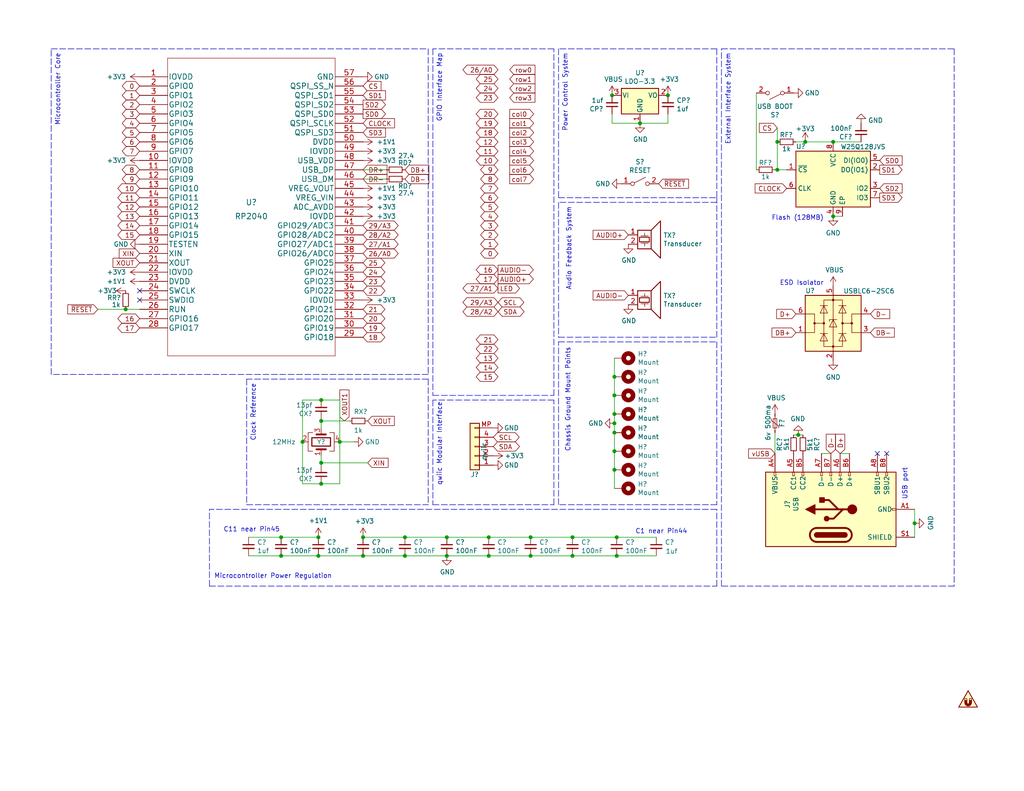
<source format=kicad_sch>
(kicad_sch (version 20211123) (generator eeschema)
  (paper "USLetter")
  (title_block (title "Hard Light") (date "2021-07-23") (rev "Mark 2 F") (company "Everywhere Defense Industries") (comment 1 "STM32F072 instead of ATMega32u4") (comment 2 "Enhanced RGB Underlight") (comment 3 "Audio Interface") (comment 4 "I2C and SPI communications networks"))
  (lib_symbols
    (symbol "+3V3_1" (power) (pin_names (offset 0))
      (property "Value" "+3V3_1" (at 0 3.556 0))
      (symbol "+3V3_1_1_1"
        (pin power_in line (at 0 0 90) (length 0) hide (name "+3V3") (number "1"))
      )
    )
    (symbol "Connector_Generic:Conn_01x05" (pin_names (offset 1.016) hide)
      (property "Reference" "J1" (at 0 7.62 0))
      (property "Value" "qwiic" (at -2.54 1.27 90))
      (symbol "Conn_01x05_1_1"
        (pin passive line (at -5.08 5.08 0) (length 3.81) (name "Pin_1") (number "1"))
        (pin passive line (at -5.08 2.54 0) (length 3.81) (name "Pin_2") (number "2"))
        (pin passive line (at -5.08 0 0) (length 3.81) (name "Pin_3") (number "3"))
        (pin passive line (at -5.08 -2.54 0) (length 3.81) (name "Pin_4") (number "4"))
        (pin passive line (at -5.08 -5.08 0) (length 3.81) (name "MP") (number "MP"))
      )
    )
    (symbol "Device:C_Small" (pin_numbers hide) (pin_names (offset 0.254) hide)
      (property "Reference" "C" (at 0.254 1.778 0))
      (property "Value" "Device_C_Small" (at 0.254 -2.032 0))
      (symbol "C_Small_1_1"
        (pin passive line (at 0 2.54 270) (length 2.032) (name "~") (number "1"))
        (pin passive line (at 0 -2.54 90) (length 2.032) (name "~") (number "2"))
      )
    )
    (symbol "Device:Crystal_GND24" (pin_names (offset 1.016) hide)
      (property "Reference" "Y" (at 3.175 5.08 0))
      (property "Value" "Crystal_GND24" (at 3.175 3.175 0))
      (symbol "Crystal_GND24_1_1"
        (pin passive line (at -3.81 0 0) (length 1.27) (name "1") (number "1"))
        (pin passive line (at 0 5.08 270) (length 1.27) (name "2") (number "2"))
        (pin passive line (at 3.81 0 180) (length 1.27) (name "3") (number "3"))
        (pin passive line (at 0 -5.08 90) (length 1.27) (name "4") (number "4"))
      )
    )
    (symbol "Device:Polyfuse_Small" (pin_numbers hide) (pin_names (offset 0))
      (property "Reference" "F" (at -1.905 0 90))
      (property "Value" "Device_Polyfuse_Small" (at 1.905 0 90))
      (symbol "Polyfuse_Small_1_1"
        (pin passive line (at 0 2.54 270) (length 0.635) (name "~") (number "1"))
        (pin passive line (at 0 -2.54 90) (length 0.635) (name "~") (number "2"))
      )
    )
    (symbol "Device:R_Small" (pin_numbers hide) (pin_names (offset 0.254) hide)
      (property "Reference" "R" (at 0.762 0.508 0))
      (property "Value" "Device_R_Small" (at 0.762 -1.016 0))
      (symbol "R_Small_1_1"
        (pin passive line (at 0 2.54 270) (length 0.762) (name "~") (number "1"))
        (pin passive line (at 0 -2.54 90) (length 0.762) (name "~") (number "2"))
      )
    )
    (symbol "Device:Speaker_Crystal" (pin_names (offset 0) hide)
      (property "Reference" "LS" (at 0.635 5.715 0))
      (property "Value" "Device_Speaker_Crystal" (at 0.635 3.81 0))
      (symbol "Speaker_Crystal_1_1"
        (pin input line (at -5.08 0 0) (length 2.54) (name "1") (number "1"))
        (pin input line (at -5.08 -2.54 0) (length 2.54) (name "2") (number "2"))
      )
    )
    (symbol "GND_1" (power) (pin_names (offset 0))
      (property "Value" "GND_1" (at 0 -3.81 0))
      (symbol "GND_1_1_1"
        (pin power_in line (at 0 0 270) (length 0) hide (name "GND") (number "1"))
      )
    )
    (symbol "Graphic:SYM_Magnet_Small" (pin_names (offset 1.016) hide))
    (symbol "HL-Mk2-rescue:USB_C_Receptacle_USB2.0-Connector" (pin_names (offset 1.016))
      (property "Reference" "J" (at -10.16 19.05 0))
      (property "Value" "USB_C_Receptacle_USB2.0-Connector" (at 19.05 19.05 0))
      (symbol "USB_C_Receptacle_USB2.0-Connector_1_1"
        (pin power_in line (at 0 -22.86 90) (length 5.08) (name "GND") (number "A1"))
        (pin passive line (at 0 -22.86 90) (length 5.08) hide (name "GND") (number "A12"))
        (pin power_in line (at 15.24 15.24 180) (length 5.08) (name "VBUS") (number "A4"))
        (pin bidirectional line (at 15.24 10.16 180) (length 5.08) (name "CC1") (number "A5"))
        (pin bidirectional line (at 15.24 -2.54 180) (length 5.08) (name "D+") (number "A6"))
        (pin bidirectional line (at 15.24 2.54 180) (length 5.08) (name "D-") (number "A7"))
        (pin bidirectional line (at 15.24 -12.7 180) (length 5.08) (name "SBU1") (number "A8"))
        (pin passive line (at 15.24 15.24 180) (length 5.08) hide (name "VBUS") (number "A9"))
        (pin passive line (at 0 -22.86 90) (length 5.08) hide (name "GND") (number "B1"))
        (pin passive line (at 0 -22.86 90) (length 5.08) hide (name "GND") (number "B12"))
        (pin passive line (at 15.24 15.24 180) (length 5.08) hide (name "VBUS") (number "B4"))
        (pin bidirectional line (at 15.24 7.62 180) (length 5.08) (name "CC2") (number "B5"))
        (pin bidirectional line (at 15.24 -5.08 180) (length 5.08) (name "D+") (number "B6"))
        (pin bidirectional line (at 15.24 0 180) (length 5.08) (name "D-") (number "B7"))
        (pin bidirectional line (at 15.24 -15.24 180) (length 5.08) (name "SBU2") (number "B8"))
        (pin passive line (at 15.24 15.24 180) (length 5.08) hide (name "VBUS") (number "B9"))
        (pin passive line (at -7.62 -22.86 90) (length 5.08) (name "SHIELD") (number "S1"))
      )
    )
    (symbol "Mechanical:MountingHole_Pad" (pin_numbers hide) (pin_names (offset 1.016) hide)
      (property "Reference" "H" (at 0 6.35 0))
      (property "Value" "MountingHole_Pad" (at 0 4.445 0))
      (symbol "MountingHole_Pad_1_1"
        (pin input line (at 0 -2.54 90) (length 2.54) (name "1") (number "1"))
      )
    )
    (symbol "Memory_Flash:W25Q32JVZP"
      (property "Reference" "U" (at -8.89 8.89 0))
      (property "Value" "W25Q32JVZP" (at 7.62 8.89 0))
      (symbol "W25Q32JVZP_1_1"
        (pin input line (at -12.7 2.54 0) (length 2.54) (name "~{CS}") (number "1"))
        (pin bidirectional line (at 12.7 2.54 180) (length 2.54) (name "DO(IO1)") (number "2"))
        (pin bidirectional line (at 12.7 -2.54 180) (length 2.54) (name "IO2") (number "3"))
        (pin power_in line (at 0 -10.16 90) (length 2.54) (name "GND") (number "4"))
        (pin bidirectional line (at 12.7 5.08 180) (length 2.54) (name "DI(IO0)") (number "5"))
        (pin input line (at -12.7 -2.54 0) (length 2.54) (name "CLK") (number "6"))
        (pin bidirectional line (at 12.7 -5.08 180) (length 2.54) (name "IO3") (number "7"))
        (pin power_in line (at 0 10.16 270) (length 2.54) (name "VCC") (number "8"))
        (pin passive line (at 2.54 -10.16 90) (length 2.54) (name "EP") (number "9"))
      )
    )
    (symbol "Power_Protection:USBLC6-2SC6" (pin_names hide)
      (property "Reference" "U" (at 2.54 8.89 0))
      (property "Value" "USBLC6-2SC6" (at 2.54 -8.89 0))
      (symbol "USBLC6-2SC6_1_1"
        (pin passive line (at -10.16 -2.54 0) (length 2.54) (name "I/O1") (number "1"))
        (pin passive line (at 0 -10.16 90) (length 2.54) (name "GND") (number "2"))
        (pin passive line (at 10.16 -2.54 180) (length 2.54) (name "I/O2") (number "3"))
        (pin passive line (at 10.16 2.54 180) (length 2.54) (name "I/O2") (number "4"))
        (pin passive line (at 0 10.16 270) (length 2.54) (name "VBUS") (number "5"))
        (pin passive line (at -10.16 2.54 0) (length 2.54) (name "I/O1") (number "6"))
      )
    )
    (symbol "RP2040:RP2040" (pin_names (offset 0.254))
      (property "Reference" "U" (at 30.48 10.16 0))
      (property "Value" "RP2040" (at 30.48 7.62 0))
      (symbol "RP2040_1_1"
        (pin power_in line (at 0 0 0) (length 7.62) (name "IOVDD") (number "1"))
        (pin power_in line (at 0 -22.86 0) (length 7.62) (name "IOVDD") (number "10"))
        (pin bidirectional line (at 0 -25.4 0) (length 7.62) (name "GPIO8") (number "11"))
        (pin bidirectional line (at 0 -27.94 0) (length 7.62) (name "GPIO9") (number "12"))
        (pin bidirectional line (at 0 -30.48 0) (length 7.62) (name "GPIO10") (number "13"))
        (pin bidirectional line (at 0 -33.02 0) (length 7.62) (name "GPIO11") (number "14"))
        (pin bidirectional line (at 0 -35.56 0) (length 7.62) (name "GPIO12") (number "15"))
        (pin bidirectional line (at 0 -38.1 0) (length 7.62) (name "GPIO13") (number "16"))
        (pin bidirectional line (at 0 -40.64 0) (length 7.62) (name "GPIO14") (number "17"))
        (pin bidirectional line (at 0 -43.18 0) (length 7.62) (name "GPIO15") (number "18"))
        (pin unspecified line (at 0 -45.72 0) (length 7.62) (name "TESTEN") (number "19"))
        (pin bidirectional line (at 0 -2.54 0) (length 7.62) (name "GPIO0") (number "2"))
        (pin unspecified line (at 0 -48.26 0) (length 7.62) (name "XIN") (number "20"))
        (pin output line (at 0 -50.8 0) (length 7.62) (name "XOUT") (number "21"))
        (pin power_in line (at 0 -53.34 0) (length 7.62) (name "IOVDD") (number "22"))
        (pin power_in line (at 0 -55.88 0) (length 7.62) (name "DVDD") (number "23"))
        (pin unspecified line (at 0 -58.42 0) (length 7.62) (name "SWCLK") (number "24"))
        (pin unspecified line (at 0 -60.96 0) (length 7.62) (name "SWDIO") (number "25"))
        (pin unspecified line (at 0 -63.5 0) (length 7.62) (name "RUN") (number "26"))
        (pin bidirectional line (at 0 -66.04 0) (length 7.62) (name "GPIO16") (number "27"))
        (pin bidirectional line (at 0 -68.58 0) (length 7.62) (name "GPIO17") (number "28"))
        (pin bidirectional line (at 60.96 -71.12 180) (length 7.62) (name "GPIO18") (number "29"))
        (pin bidirectional line (at 0 -5.08 0) (length 7.62) (name "GPIO1") (number "3"))
        (pin bidirectional line (at 60.96 -68.58 180) (length 7.62) (name "GPIO19") (number "30"))
        (pin bidirectional line (at 60.96 -66.04 180) (length 7.62) (name "GPIO20") (number "31"))
        (pin bidirectional line (at 60.96 -63.5 180) (length 7.62) (name "GPIO21") (number "32"))
        (pin power_in line (at 60.96 -60.96 180) (length 7.62) (name "IOVDD") (number "33"))
        (pin bidirectional line (at 60.96 -58.42 180) (length 7.62) (name "GPIO22") (number "34"))
        (pin bidirectional line (at 60.96 -55.88 180) (length 7.62) (name "GPIO23") (number "35"))
        (pin bidirectional line (at 60.96 -53.34 180) (length 7.62) (name "GPIO24") (number "36"))
        (pin bidirectional line (at 60.96 -50.8 180) (length 7.62) (name "GPIO25") (number "37"))
        (pin bidirectional line (at 60.96 -48.26 180) (length 7.62) (name "GPIO26/ADC0") (number "38"))
        (pin bidirectional line (at 60.96 -45.72 180) (length 7.62) (name "GPIO27/ADC1") (number "39"))
        (pin bidirectional line (at 0 -7.62 0) (length 7.62) (name "GPIO2") (number "4"))
        (pin bidirectional line (at 60.96 -43.18 180) (length 7.62) (name "GPIO28/ADC2") (number "40"))
        (pin bidirectional line (at 60.96 -40.64 180) (length 7.62) (name "GPIO29/ADC3") (number "41"))
        (pin power_in line (at 60.96 -38.1 180) (length 7.62) (name "IOVDD") (number "42"))
        (pin power_in line (at 60.96 -35.56 180) (length 7.62) (name "ADC_AVDD") (number "43"))
        (pin unspecified line (at 60.96 -33.02 180) (length 7.62) (name "VREG_VIN") (number "44"))
        (pin output line (at 60.96 -30.48 180) (length 7.62) (name "VREG_VOUT") (number "45"))
        (pin unspecified line (at 60.96 -27.94 180) (length 7.62) (name "USB_DM") (number "46"))
        (pin unspecified line (at 60.96 -25.4 180) (length 7.62) (name "USB_DP") (number "47"))
        (pin power_in line (at 60.96 -22.86 180) (length 7.62) (name "USB_VDD") (number "48"))
        (pin power_in line (at 60.96 -20.32 180) (length 7.62) (name "IOVDD") (number "49"))
        (pin bidirectional line (at 0 -10.16 0) (length 7.62) (name "GPIO3") (number "5"))
        (pin power_in line (at 60.96 -17.78 180) (length 7.62) (name "DVDD") (number "50"))
        (pin bidirectional line (at 60.96 -15.24 180) (length 7.62) (name "QSPI_SD3") (number "51"))
        (pin unspecified line (at 60.96 -12.7 180) (length 7.62) (name "QSPI_SCLK") (number "52"))
        (pin bidirectional line (at 60.96 -10.16 180) (length 7.62) (name "QSPI_SD0") (number "53"))
        (pin bidirectional line (at 60.96 -7.62 180) (length 7.62) (name "QSPI_SD2") (number "54"))
        (pin bidirectional line (at 60.96 -5.08 180) (length 7.62) (name "QSPI_SD1") (number "55"))
        (pin unspecified line (at 60.96 -2.54 180) (length 7.62) (name "QSPI_SS_N") (number "56"))
        (pin power_in line (at 60.96 0 180) (length 7.62) (name "GND") (number "57"))
        (pin bidirectional line (at 0 -12.7 0) (length 7.62) (name "GPIO4") (number "6"))
        (pin bidirectional line (at 0 -15.24 0) (length 7.62) (name "GPIO5") (number "7"))
        (pin bidirectional line (at 0 -17.78 0) (length 7.62) (name "GPIO6") (number "8"))
        (pin bidirectional line (at 0 -20.32 0) (length 7.62) (name "GPIO7") (number "9"))
      )
    )
    (symbol "Regulator_Linear:LD1117S33TR_SOT223" (pin_names (offset 0.254))
      (property "Reference" "U" (at -3.81 3.175 0))
      (property "Value" "Regulator_Linear_LD1117S33TR_SOT223" (at 0 3.175 0))
      (symbol "LD1117S33TR_SOT223_1_1"
        (pin power_in line (at 0 -7.62 90) (length 2.54) (name "GND") (number "1"))
        (pin power_out line (at 7.62 0 180) (length 2.54) (name "VO") (number "2"))
        (pin power_in line (at -7.62 0 0) (length 2.54) (name "VI") (number "3"))
      )
    )
    (symbol "Switch:SW_SPST" (pin_names (offset 0) hide)
      (property "Reference" "SW" (at 0 3.175 0))
      (property "Value" "Switch_SW_SPST" (at 0 -2.54 0))
      (symbol "SW_SPST_1_1"
        (pin passive line (at -5.08 0 0) (length 2.54) (name "A") (number "1"))
        (pin passive line (at 5.08 0 180) (length 2.54) (name "B") (number "2"))
      )
    )
    (symbol "power:+1V1" (power) (pin_names (offset 0))
      (property "Value" "+1V1" (at 0 3.556 0))
      (symbol "+1V1_1_1"
        (pin power_in line (at 0 0 90) (length 0) hide (name "+1V1") (number "1"))
      )
    )
    (symbol "power:+3V3" (power) (pin_names (offset 0))
      (property "Value" "power_+3V3" (at 0 3.556 0))
      (symbol "+3V3_1_1"
        (pin power_in line (at 0 0 90) (length 0) hide (name "+3V3") (number "1"))
      )
    )
    (symbol "power:GND" (power) (pin_names (offset 0))
      (property "Value" "power_GND" (at 0 -3.81 0))
      (symbol "GND_1_1"
        (pin power_in line (at 0 0 270) (length 0) hide (name "GND") (number "1"))
      )
    )
    (symbol "power:VBUS" (power) (pin_names (offset 0))
      (property "Value" "power_VBUS" (at 0 3.81 0))
      (symbol "VBUS_1_1"
        (pin power_in line (at 0 0 90) (length 0) hide (name "VBUS") (number "1"))
      )
    )
  )
  (junction (at 87.63 109.22))
  (junction (at 227.33 38.735))
  (junction (at 133.35 146.685))
  (junction (at 121.92 151.765))
  (junction (at 144.78 146.685))
  (junction (at 168.275 146.685))
  (junction (at 86.868 151.765))
  (junction (at 110.49 146.685))
  (junction (at 212.09 46.355))
  (junction (at 174.625 33.655))
  (junction (at 87.63 132.08))
  (junction (at 219.71 38.735))
  (junction (at 99.06 146.685))
  (junction (at 217.805 118.745))
  (junction (at 167.64 118.11))
  (junction (at 34.29 84.455))
  (junction (at 76.708 146.685))
  (junction (at 227.33 59.055))
  (junction (at 99.06 151.765))
  (junction (at 249.555 142.875))
  (junction (at 92.71 120.65))
  (junction (at 167.64 107.95))
  (junction (at 167.64 115.57))
  (junction (at 182.245 26.035))
  (junction (at 167.64 123.19))
  (junction (at 167.64 128.27))
  (junction (at 168.275 151.765))
  (junction (at 156.21 146.685))
  (junction (at 212.09 38.735))
  (junction (at 133.35 151.765))
  (junction (at 86.868 146.685))
  (junction (at 87.63 126.365))
  (junction (at 167.64 113.03))
  (junction (at 167.005 26.035))
  (junction (at 167.64 102.87))
  (junction (at 121.92 146.685))
  (junction (at 110.49 151.765))
  (junction (at 156.21 151.765))
  (junction (at 76.708 151.765))
  (junction (at 87.63 114.935))
  (junction (at 144.78 151.765))
  (junction (at 82.55 120.65))
  (no_connect (at 239.395 123.825))
  (no_connect (at 241.935 123.825))
  (no_connect (at 38.1 81.915))
  (no_connect (at 38.1 79.375))
  (wire (pts (xy 133.35 151.765) (xy 121.92 151.765)))
  (wire (pts (xy 76.708 151.765) (xy 86.868 151.765)))
  (wire (pts (xy 167.005 33.655) (xy 174.625 33.655)))
  (wire (pts (xy 249.555 142.875) (xy 249.555 139.065)))
  (polyline (pts (xy 195.58 13.335) (xy 152.4 13.335)))
  (polyline (pts (xy 195.58 55.245) (xy 152.4 55.245)))
  (wire (pts (xy 82.55 120.65) (xy 82.55 109.22)))
  (wire (pts (xy 99.06 46.355) (xy 105.41 46.355)))
  (polyline (pts (xy 196.85 160.02) (xy 196.85 13.335)))
  (wire (pts (xy 87.63 126.365) (xy 87.63 127)))
  (wire (pts (xy 156.21 146.685) (xy 168.275 146.685)))
  (wire (pts (xy 110.49 151.765) (xy 99.06 151.765)))
  (polyline (pts (xy 196.85 13.335) (xy 260.35 13.335)))
  (wire (pts (xy 144.78 151.765) (xy 133.35 151.765)))
  (polyline (pts (xy 13.97 13.335) (xy 116.84 13.335)))
  (wire (pts (xy 217.17 38.735) (xy 219.71 38.735)))
  (wire (pts (xy 144.78 146.685) (xy 133.35 146.685)))
  (wire (pts (xy 110.49 146.685) (xy 99.06 146.685)))
  (wire (pts (xy 167.64 102.87) (xy 167.64 107.95)))
  (wire (pts (xy 87.63 114.935) (xy 87.63 116.84)))
  (polyline (pts (xy 195.58 139.065) (xy 57.15 139.065)))
  (polyline (pts (xy 151.13 13.335) (xy 118.11 13.335)))
  (polyline (pts (xy 195.58 137.795) (xy 152.4 137.795)))
  (wire (pts (xy 227.33 59.055) (xy 229.87 59.055)))
  (polyline (pts (xy 260.35 160.02) (xy 196.85 160.02)))
  (polyline (pts (xy 116.84 102.235) (xy 13.97 102.235)))
  (wire (pts (xy 26.67 84.455) (xy 34.29 84.455)))
  (polyline (pts (xy 67.31 103.505) (xy 67.31 137.795)))
  (wire (pts (xy 219.075 118.745) (xy 217.805 118.745)))
  (wire (pts (xy 206.375 25.4) (xy 206.375 46.355)))
  (wire (pts (xy 92.71 132.08) (xy 92.71 120.65)))
  (polyline (pts (xy 118.11 109.22) (xy 118.11 137.795)))
  (wire (pts (xy 82.55 132.08) (xy 82.55 120.65)))
  (polyline (pts (xy 195.58 13.335) (xy 195.58 53.975)))
  (wire (pts (xy 168.275 151.765) (xy 179.07 151.765)))
  (wire (pts (xy 67.818 146.685) (xy 76.708 146.685)))
  (wire (pts (xy 87.63 114.3) (xy 87.63 114.935)))
  (wire (pts (xy 167.64 118.11) (xy 167.64 123.19)))
  (wire (pts (xy 168.275 146.685) (xy 179.07 146.685)))
  (wire (pts (xy 167.64 123.19) (xy 167.64 128.27)))
  (polyline (pts (xy 195.58 160.02) (xy 195.58 139.065)))
  (wire (pts (xy 167.64 97.79) (xy 167.64 102.87)))
  (wire (pts (xy 226.695 123.825) (xy 224.155 123.825)))
  (wire (pts (xy 211.455 46.355) (xy 212.09 46.355)))
  (polyline (pts (xy 152.4 13.335) (xy 152.4 53.975)))
  (wire (pts (xy 67.818 151.765) (xy 76.708 151.765)))
  (polyline (pts (xy 195.58 92.075) (xy 195.58 53.975)))
  (polyline (pts (xy 57.15 160.02) (xy 195.58 160.02)))
  (wire (pts (xy 87.63 114.935) (xy 95.25 114.935)))
  (wire (pts (xy 231.775 123.825) (xy 229.235 123.825)))
  (wire (pts (xy 87.63 132.08) (xy 82.55 132.08)))
  (wire (pts (xy 167.64 115.57) (xy 167.64 118.11)))
  (wire (pts (xy 156.21 151.765) (xy 168.275 151.765)))
  (wire (pts (xy 82.55 109.22) (xy 87.63 109.22)))
  (wire (pts (xy 156.21 146.685) (xy 144.78 146.685)))
  (polyline (pts (xy 152.4 92.075) (xy 195.58 92.075)))
  (wire (pts (xy 212.09 34.925) (xy 212.09 38.735)))
  (polyline (pts (xy 116.84 103.505) (xy 67.31 103.505)))
  (wire (pts (xy 227.33 38.735) (xy 234.95 38.735)))
  (polyline (pts (xy 116.84 103.505) (xy 116.84 137.795)))
  (polyline (pts (xy 151.13 109.22) (xy 118.11 109.22)))
  (wire (pts (xy 121.92 151.765) (xy 110.49 151.765)))
  (polyline (pts (xy 118.11 107.95) (xy 151.13 107.95)))
  (wire (pts (xy 219.71 38.735) (xy 227.33 38.735)))
  (wire (pts (xy 249.555 146.685) (xy 249.555 142.875)))
  (wire (pts (xy 86.868 151.765) (xy 99.06 151.765)))
  (wire (pts (xy 174.625 33.655) (xy 182.245 33.655)))
  (wire (pts (xy 212.09 46.355) (xy 214.63 46.355)))
  (polyline (pts (xy 260.35 13.335) (xy 260.35 160.02)))
  (polyline (pts (xy 57.15 160.02) (xy 57.15 139.065)))
  (wire (pts (xy 121.92 146.685) (xy 110.49 146.685)))
  (polyline (pts (xy 13.97 102.235) (xy 13.97 13.335)))
  (polyline (pts (xy 152.4 93.345) (xy 195.58 93.345)))
  (wire (pts (xy 92.71 109.22) (xy 92.71 120.65)))
  (wire (pts (xy 167.64 107.95) (xy 167.64 113.03)))
  (polyline (pts (xy 151.13 107.95) (xy 151.13 13.335)))
  (polyline (pts (xy 152.4 137.795) (xy 152.4 93.345)))
  (wire (pts (xy 34.29 84.455) (xy 38.1 84.455)))
  (wire (pts (xy 87.63 109.22) (xy 92.71 109.22)))
  (wire (pts (xy 92.71 120.65) (xy 96.52 120.65)))
  (wire (pts (xy 217.805 118.745) (xy 216.535 118.745)))
  (polyline (pts (xy 152.4 53.975) (xy 195.58 53.975)))
  (wire (pts (xy 87.63 124.46) (xy 87.63 126.365)))
  (wire (pts (xy 133.35 146.685) (xy 121.92 146.685)))
  (polyline (pts (xy 195.58 93.345) (xy 195.58 137.795)))
  (polyline (pts (xy 118.11 13.335) (xy 118.11 107.95)))
  (wire (pts (xy 167.64 113.03) (xy 167.64 115.57)))
  (polyline (pts (xy 152.4 55.245) (xy 152.4 92.075)))
  (polyline (pts (xy 118.11 137.795) (xy 151.13 137.795)))
  (polyline (pts (xy 151.13 137.795) (xy 151.13 109.22)))
  (wire (pts (xy 87.63 126.365) (xy 100.33 126.365)))
  (polyline (pts (xy 67.31 137.795) (xy 116.84 137.795)))
  (wire (pts (xy 87.63 132.08) (xy 92.71 132.08)))
  (wire (pts (xy 182.245 33.655) (xy 182.245 31.115)))
  (wire (pts (xy 211.455 118.11) (xy 211.455 123.825)))
  (wire (pts (xy 212.09 38.735) (xy 212.09 46.355)))
  (wire (pts (xy 167.64 128.27) (xy 167.64 133.35)))
  (wire (pts (xy 156.21 151.765) (xy 144.78 151.765)))
  (polyline (pts (xy 116.84 13.335) (xy 116.84 102.235)))
  (wire (pts (xy 167.005 31.115) (xy 167.005 33.655)))
  (wire (pts (xy 99.06 48.895) (xy 105.41 48.895)))
  (wire (pts (xy 76.708 146.685) (xy 86.868 146.685)))
  (text "Microcontroller Power Regulation" (at 58.42 158.115 0) (effects (font (size 1.27 1.27)) (justify left bottom)))
  (text "qwiic Modular Interface" (at 120.65 109.855 270) (effects (font (size 1.27 1.27)) (justify right bottom)))
  (text "Chassis Ground Mount Points" (at 155.702 94.869 270) (effects (font (size 1.27 1.27)) (justify right bottom)))
  (text "Flash (128MB)" (at 224.79 60.325 180) (effects (font (size 1.27 1.27)) (justify right bottom)))
  (text "USB port" (at 247.65 136.525 90) (effects (font (size 1.27 1.27)) (justify left bottom)))
  (text "Power Control System" (at 154.94 14.605 270) (effects (font (size 1.27 1.27)) (justify right bottom)))
  (text "ESD Isolator" (at 224.79 78.105 180) (effects (font (size 1.27 1.27)) (justify right bottom)))
  (text "C11 near Pin45" (at 60.96 145.415 0) (effects (font (size 1.27 1.27)) (justify left bottom)))
  (text "External Interface System" (at 199.39 14.605 270) (effects (font (size 1.27 1.27)) (justify right bottom)))
  (text "Audio Feedback System" (at 155.956 56.515 270) (effects (font (size 1.27 1.27)) (justify right bottom)))
  (text "GPIO Interface Map" (at 120.65 14.605 270) (effects (font (size 1.27 1.27)) (justify right bottom)))
  (text "Clock Reference" (at 69.85 104.775 270) (effects (font (size 1.27 1.27)) (justify right bottom)))
  (text "C1 near Pin44" (at 173.355 145.923 0) (effects (font (size 1.27 1.27)) (justify left bottom)))
  (text "Microcontroller Core" (at 16.51 14.605 270) (effects (font (size 1.27 1.27)) (justify right bottom)))
  (global_label "29{slash}A3" (shape bidirectional) (at 135.89 82.55 180) (property "Intersheet References" "${INTERSHEET_REFS}" (effects hide)))
  (global_label "SDA" (shape bidirectional) (at 135.89 85.09 0) (property "Intersheet References" "${INTERSHEET_REFS}" (effects hide)))
  (global_label "22" (shape bidirectional) (at 99.06 79.375 0) (property "Intersheet References" "${INTERSHEET_REFS}" (effects hide)))
  (global_label "AUDIO+" (shape input) (at 171.45 64.135 180) (property "Intersheet References" "${INTERSHEET_REFS}" (effects hide)))
  (global_label "row1" (shape input) (at 139.065 21.59 0) (property "Intersheet References" "${INTERSHEET_REFS}" (effects hide)))
  (global_label "6" (shape bidirectional) (at 38.1 38.735 180) (property "Intersheet References" "${INTERSHEET_REFS}" (effects hide)))
  (global_label "XOUT1" (shape input) (at 93.98 114.935 90) (property "Intersheet References" "${INTERSHEET_REFS}" (effects hide)))
  (global_label "SD1" (shape output) (at 240.03 46.355 0) (property "Intersheet References" "${INTERSHEET_REFS}" (effects hide)))
  (global_label "SCL" (shape bidirectional) (at 135.89 82.55 0) (property "Intersheet References" "${INTERSHEET_REFS}" (effects hide)))
  (global_label "DR+" (shape input) (at 99.06 46.355 0) (property "Intersheet References" "${INTERSHEET_REFS}" (effects hide)))
  (global_label "23" (shape bidirectional) (at 99.06 76.835 0) (property "Intersheet References" "${INTERSHEET_REFS}" (effects hide)))
  (global_label "1" (shape bidirectional) (at 135.89 66.675 180) (property "Intersheet References" "${INTERSHEET_REFS}" (effects hide)))
  (global_label "19" (shape bidirectional) (at 99.06 89.535 0) (property "Intersheet References" "${INTERSHEET_REFS}" (effects hide)))
  (global_label "21" (shape bidirectional) (at 135.89 92.71 180) (property "Intersheet References" "${INTERSHEET_REFS}" (effects hide)))
  (global_label "AUDIO-" (shape output) (at 135.89 73.66 0) (property "Intersheet References" "${INTERSHEET_REFS}" (effects hide)))
  (global_label "11" (shape bidirectional) (at 38.1 53.975 180) (property "Intersheet References" "${INTERSHEET_REFS}" (effects hide)))
  (global_label "col6" (shape output) (at 139.065 46.355 0) (property "Intersheet References" "${INTERSHEET_REFS}" (effects hide)))
  (global_label "SD3" (shape input) (at 99.06 36.195 0) (property "Intersheet References" "${INTERSHEET_REFS}" (effects hide)))
  (global_label "D+" (shape input) (at 217.17 85.725 180) (property "Intersheet References" "${INTERSHEET_REFS}" (effects hide)))
  (global_label "XIN" (shape input) (at 38.1 69.215 180) (property "Intersheet References" "${INTERSHEET_REFS}" (effects hide)))
  (global_label "7" (shape bidirectional) (at 135.89 51.435 180) (property "Intersheet References" "${INTERSHEET_REFS}" (effects hide)))
  (global_label "5" (shape bidirectional) (at 38.1 36.195 180) (property "Intersheet References" "${INTERSHEET_REFS}" (effects hide)))
  (global_label "16" (shape bidirectional) (at 38.1 86.995 180) (property "Intersheet References" "${INTERSHEET_REFS}" (effects hide)))
  (global_label "13" (shape bidirectional) (at 135.89 97.79 180) (property "Intersheet References" "${INTERSHEET_REFS}" (effects hide)))
  (global_label "col0" (shape output) (at 139.065 31.115 0) (property "Intersheet References" "${INTERSHEET_REFS}" (effects hide)))
  (global_label "27{slash}A1" (shape bidirectional) (at 99.06 66.675 0) (property "Intersheet References" "${INTERSHEET_REFS}" (effects hide)))
  (global_label "26{slash}A0" (shape bidirectional) (at 99.06 69.215 0) (property "Intersheet References" "${INTERSHEET_REFS}" (effects hide)))
  (global_label "SD0" (shape output) (at 99.06 31.115 0) (property "Intersheet References" "${INTERSHEET_REFS}" (effects hide)))
  (global_label "28{slash}A2" (shape bidirectional) (at 99.06 64.135 0) (property "Intersheet References" "${INTERSHEET_REFS}" (effects hide)))
  (global_label "SD3" (shape output) (at 240.03 53.975 0) (property "Intersheet References" "${INTERSHEET_REFS}" (effects hide)))
  (global_label "~{RESET}" (shape input) (at 179.705 50.165 0) (property "Intersheet References" "${INTERSHEET_REFS}" (effects hide)))
  (global_label "XIN" (shape input) (at 100.33 126.365 0) (property "Intersheet References" "${INTERSHEET_REFS}" (effects hide)))
  (global_label "15" (shape bidirectional) (at 135.89 102.87 180) (property "Intersheet References" "${INTERSHEET_REFS}" (effects hide)))
  (global_label "col4" (shape output) (at 139.065 41.275 0) (property "Intersheet References" "${INTERSHEET_REFS}" (effects hide)))
  (global_label "DB-" (shape input) (at 237.49 90.805 0) (property "Intersheet References" "${INTERSHEET_REFS}" (effects hide)))
  (global_label "~{RESET}" (shape input) (at 26.67 84.455 180) (property "Intersheet References" "${INTERSHEET_REFS}" (effects hide)))
  (global_label "DB-" (shape input) (at 110.49 48.895 0) (property "Intersheet References" "${INTERSHEET_REFS}" (effects hide)))
  (global_label "D+" (shape input) (at 229.235 123.825 90) (property "Intersheet References" "${INTERSHEET_REFS}" (effects hide)))
  (global_label "4" (shape bidirectional) (at 135.89 59.055 180) (property "Intersheet References" "${INTERSHEET_REFS}" (effects hide)))
  (global_label "col5" (shape output) (at 139.065 43.815 0) (property "Intersheet References" "${INTERSHEET_REFS}" (effects hide)))
  (global_label "SD2" (shape output) (at 99.06 28.575 0) (property "Intersheet References" "${INTERSHEET_REFS}" (effects hide)))
  (global_label "28{slash}A2" (shape bidirectional) (at 135.89 85.09 180) (property "Intersheet References" "${INTERSHEET_REFS}" (effects hide)))
  (global_label "20" (shape bidirectional) (at 99.06 86.995 0) (property "Intersheet References" "${INTERSHEET_REFS}" (effects hide)))
  (global_label "12" (shape bidirectional) (at 135.89 38.735 180) (property "Intersheet References" "${INTERSHEET_REFS}" (effects hide)))
  (global_label "row0" (shape input) (at 139.065 19.05 0) (property "Intersheet References" "${INTERSHEET_REFS}" (effects hide)))
  (global_label "SD2" (shape input) (at 240.03 51.435 0) (property "Intersheet References" "${INTERSHEET_REFS}" (effects hide)))
  (global_label "SD0" (shape input) (at 240.03 43.815 0) (property "Intersheet References" "${INTERSHEET_REFS}" (effects hide)))
  (global_label "8" (shape bidirectional) (at 38.1 46.355 180) (property "Intersheet References" "${INTERSHEET_REFS}" (effects hide)))
  (global_label "row2" (shape input) (at 139.065 24.13 0) (property "Intersheet References" "${INTERSHEET_REFS}" (effects hide)))
  (global_label "SD1" (shape input) (at 99.06 26.035 0) (property "Intersheet References" "${INTERSHEET_REFS}" (effects hide)))
  (global_label "14" (shape bidirectional) (at 135.89 100.33 180) (property "Intersheet References" "${INTERSHEET_REFS}" (effects hide)))
  (global_label "20" (shape bidirectional) (at 135.89 31.115 180) (property "Intersheet References" "${INTERSHEET_REFS}" (effects hide)))
  (global_label "XOUT" (shape input) (at 38.1 71.755 180) (property "Intersheet References" "${INTERSHEET_REFS}" (effects hide)))
  (global_label "1" (shape bidirectional) (at 38.1 26.035 180) (property "Intersheet References" "${INTERSHEET_REFS}" (effects hide)))
  (global_label "CS" (shape input) (at 212.09 34.925 180) (property "Intersheet References" "${INTERSHEET_REFS}" (effects hide)))
  (global_label "8" (shape bidirectional) (at 135.89 48.895 180) (property "Intersheet References" "${INTERSHEET_REFS}" (effects hide)))
  (global_label "row3" (shape input) (at 139.065 26.67 0) (property "Intersheet References" "${INTERSHEET_REFS}" (effects hide)))
  (global_label "17" (shape bidirectional) (at 38.1 89.535 180) (property "Intersheet References" "${INTERSHEET_REFS}" (effects hide)))
  (global_label "11" (shape bidirectional) (at 135.89 41.275 180) (property "Intersheet References" "${INTERSHEET_REFS}" (effects hide)))
  (global_label "29{slash}A3" (shape bidirectional) (at 99.06 61.595 0) (property "Intersheet References" "${INTERSHEET_REFS}" (effects hide)))
  (global_label "4" (shape bidirectional) (at 38.1 33.655 180) (property "Intersheet References" "${INTERSHEET_REFS}" (effects hide)))
  (global_label "12" (shape bidirectional) (at 38.1 56.515 180) (property "Intersheet References" "${INTERSHEET_REFS}" (effects hide)))
  (global_label "7" (shape bidirectional) (at 38.1 41.275 180) (property "Intersheet References" "${INTERSHEET_REFS}" (effects hide)))
  (global_label "22" (shape bidirectional) (at 135.89 95.25 180) (property "Intersheet References" "${INTERSHEET_REFS}" (effects hide)))
  (global_label "CLOCK" (shape input) (at 99.06 33.655 0) (property "Intersheet References" "${INTERSHEET_REFS}" (effects hide)))
  (global_label "D-" (shape input) (at 237.49 85.725 0) (property "Intersheet References" "${INTERSHEET_REFS}" (effects hide)))
  (global_label "SDA" (shape bidirectional) (at 134.62 121.92 0) (property "Intersheet References" "${INTERSHEET_REFS}" (effects hide)))
  (global_label "DB+" (shape input) (at 217.17 90.805 180) (property "Intersheet References" "${INTERSHEET_REFS}" (effects hide)))
  (global_label "9" (shape bidirectional) (at 38.1 48.895 180) (property "Intersheet References" "${INTERSHEET_REFS}" (effects hide)))
  (global_label "2" (shape bidirectional) (at 38.1 28.575 180) (property "Intersheet References" "${INTERSHEET_REFS}" (effects hide)))
  (global_label "AUDIO-" (shape input) (at 171.45 80.645 180) (property "Intersheet References" "${INTERSHEET_REFS}" (effects hide)))
  (global_label "10" (shape bidirectional) (at 135.89 43.815 180) (property "Intersheet References" "${INTERSHEET_REFS}" (effects hide)))
  (global_label "3" (shape bidirectional) (at 38.1 31.115 180) (property "Intersheet References" "${INTERSHEET_REFS}" (effects hide)))
  (global_label "24" (shape bidirectional) (at 99.06 74.295 0) (property "Intersheet References" "${INTERSHEET_REFS}" (effects hide)))
  (global_label "col7" (shape output) (at 139.065 48.895 0) (property "Intersheet References" "${INTERSHEET_REFS}" (effects hide)))
  (global_label "9" (shape bidirectional) (at 135.89 46.355 180) (property "Intersheet References" "${INTERSHEET_REFS}" (effects hide)))
  (global_label "17" (shape bidirectional) (at 135.89 76.2 180) (property "Intersheet References" "${INTERSHEET_REFS}" (effects hide)))
  (global_label "3" (shape bidirectional) (at 135.89 61.595 180) (property "Intersheet References" "${INTERSHEET_REFS}" (effects hide)))
  (global_label "13" (shape bidirectional) (at 38.1 59.055 180) (property "Intersheet References" "${INTERSHEET_REFS}" (effects hide)))
  (global_label "26{slash}A0" (shape bidirectional) (at 135.89 19.05 180) (property "Intersheet References" "${INTERSHEET_REFS}" (effects hide)))
  (global_label "25" (shape bidirectional) (at 99.06 71.755 0) (property "Intersheet References" "${INTERSHEET_REFS}" (effects hide)))
  (global_label "0" (shape bidirectional) (at 38.1 23.495 180) (property "Intersheet References" "${INTERSHEET_REFS}" (effects hide)))
  (global_label "5" (shape bidirectional) (at 135.89 56.515 180) (property "Intersheet References" "${INTERSHEET_REFS}" (effects hide)))
  (global_label "6" (shape bidirectional) (at 135.89 53.975 180) (property "Intersheet References" "${INTERSHEET_REFS}" (effects hide)))
  (global_label "14" (shape bidirectional) (at 38.1 61.595 180) (property "Intersheet References" "${INTERSHEET_REFS}" (effects hide)))
  (global_label "27{slash}A1" (shape bidirectional) (at 135.89 78.74 180) (property "Intersheet References" "${INTERSHEET_REFS}" (effects hide)))
  (global_label "19" (shape bidirectional) (at 135.89 33.655 180) (property "Intersheet References" "${INTERSHEET_REFS}" (effects hide)))
  (global_label "25" (shape bidirectional) (at 135.89 21.59 180) (property "Intersheet References" "${INTERSHEET_REFS}" (effects hide)))
  (global_label "col1" (shape output) (at 139.065 33.655 0) (property "Intersheet References" "${INTERSHEET_REFS}" (effects hide)))
  (global_label "10" (shape bidirectional) (at 38.1 51.435 180) (property "Intersheet References" "${INTERSHEET_REFS}" (effects hide)))
  (global_label "XOUT" (shape input) (at 100.33 114.935 0) (property "Intersheet References" "${INTERSHEET_REFS}" (effects hide)))
  (global_label "18" (shape bidirectional) (at 99.06 92.075 0) (property "Intersheet References" "${INTERSHEET_REFS}" (effects hide)))
  (global_label "2" (shape bidirectional) (at 135.89 64.135 180) (property "Intersheet References" "${INTERSHEET_REFS}" (effects hide)))
  (global_label "24" (shape bidirectional) (at 135.89 24.13 180) (property "Intersheet References" "${INTERSHEET_REFS}" (effects hide)))
  (global_label "18" (shape bidirectional) (at 135.89 36.195 180) (property "Intersheet References" "${INTERSHEET_REFS}" (effects hide)))
  (global_label "AUDIO+" (shape output) (at 135.89 76.2 0) (property "Intersheet References" "${INTERSHEET_REFS}" (effects hide)))
  (global_label "23" (shape bidirectional) (at 135.89 26.67 180) (property "Intersheet References" "${INTERSHEET_REFS}" (effects hide)))
  (global_label "vUSB" (shape input) (at 211.455 123.825 180) (property "Intersheet References" "${INTERSHEET_REFS}" (effects hide)))
  (global_label "0" (shape bidirectional) (at 135.89 69.215 180) (property "Intersheet References" "${INTERSHEET_REFS}" (effects hide)))
  (global_label "CLOCK" (shape input) (at 214.63 51.435 180) (property "Intersheet References" "${INTERSHEET_REFS}" (effects hide)))
  (global_label "SCL" (shape bidirectional) (at 134.62 119.38 0) (property "Intersheet References" "${INTERSHEET_REFS}" (effects hide)))
  (global_label "DR-" (shape input) (at 99.06 48.895 0) (property "Intersheet References" "${INTERSHEET_REFS}" (effects hide)))
  (global_label "CS" (shape input) (at 99.06 23.495 0) (property "Intersheet References" "${INTERSHEET_REFS}" (effects hide)))
  (global_label "16" (shape bidirectional) (at 135.89 73.66 180) (property "Intersheet References" "${INTERSHEET_REFS}" (effects hide)))
  (global_label "DB+" (shape input) (at 110.49 46.355 0) (property "Intersheet References" "${INTERSHEET_REFS}" (effects hide)))
  (global_label "21" (shape bidirectional) (at 99.06 84.455 0) (property "Intersheet References" "${INTERSHEET_REFS}" (effects hide)))
  (global_label "col3" (shape output) (at 139.065 38.735 0) (property "Intersheet References" "${INTERSHEET_REFS}" (effects hide)))
  (global_label "LED" (shape output) (at 135.89 78.74 0) (property "Intersheet References" "${INTERSHEET_REFS}" (effects hide)))
  (global_label "15" (shape bidirectional) (at 38.1 64.135 180) (property "Intersheet References" "${INTERSHEET_REFS}" (effects hide)))
  (global_label "D-" (shape input) (at 226.695 123.825 90) (property "Intersheet References" "${INTERSHEET_REFS}" (effects hide)))
  (global_label "col2" (shape output) (at 139.065 36.195 0) (property "Intersheet References" "${INTERSHEET_REFS}" (effects hide)))
  (symbol (lib_id "Graphic:SYM_Magnet_Small") (at 264.16 191.135 0) (unit 1)
    (property "Reference" "Z0" (effects hide))
    (property "Value" "EDI Logo" (effects hide))
    (property "Footprint" "EDI:EDILogo" (effects hide))
  )
  (symbol (lib_id "power:+3V3") (at 38.1 74.295 90) (unit 1)
    (property "Reference" "#PWR?" (effects hide))
    (property "Value" "+3V3" (at 31.75 74.295 90))
  )
  (symbol (lib_id "power:GND") (at 121.92 151.765 0) (unit 1)
    (property "Reference" "#PWR?" (effects hide))
    (property "Value" "GND" (at 122.047 156.1592 0))
  )
  (symbol (lib_id "power:GND") (at 174.625 33.655 0) (unit 1)
    (property "Reference" "#PWR?" (effects hide))
    (property "Value" "GND" (at 174.752 38.0492 0))
  )
  (symbol (lib_id "power:+3V3") (at 99.06 53.975 270) (unit 1)
    (property "Reference" "#PWR?" (effects hide))
    (property "Value" "+3V3" (at 105.41 53.975 90))
  )
  (symbol (lib_id "Switch:SW_SPST") (at 211.455 25.4 180) (unit 1)
    (property "Reference" "S?" (at 211.455 31.369 0))
    (property "Value" "USB BOOT" (at 211.455 29.0576 0))
    (property "Footprint" "Button_Switch_SMD:SW_SPST_SKQG_WithoutStem" (effects hide))
    (property "LCSC" "C140848" (effects hide))
  )
  (symbol (lib_id "Connector_Generic:Conn_01x05") (at 129.54 121.92 180) (unit 1)
    (property "Reference" "J?" (at 129.54 129.54 0))
    (property "Value" "qwiic" (at 132.08 123.19 90))
    (property "Footprint" "Connector_JST:JST_SH_SM04B-SRSS-TB_1x04-1MP_P1.00mm_Horizontal" (effects hide))
    (property "LCSC" "C145956" (effects hide))
  )
  (symbol (lib_id "Device:C_Small") (at 168.275 149.225 0) (unit 1)
    (property "Reference" "C?" (at 170.6118 148.0566 0) (effects (justify left)))
    (property "Value" "100nF" (at 170.6118 150.368 0) (effects (justify left)))
    (property "Footprint" "EDI:Passive_0402_1005Metric" (effects hide))
    (property "LCSC" "C1525" (effects hide))
  )
  (symbol (lib_id "power:+1V1") (at 86.868 146.685 0) (unit 1)
    (property "Reference" "#PWR?" (effects hide))
    (property "Value" "+1V1" (at 86.868 142.1225 0))
  )
  (symbol (lib_id "Device:C_Small") (at 87.63 111.76 180) (unit 1)
    (property "Reference" "CX?" (at 85.2932 112.9284 0) (effects (justify left)))
    (property "Value" "13pf" (at 85.2932 110.617 0) (effects (justify left)))
    (property "Footprint" "EDI:Passive_0402_1005Metric" (effects hide))
    (property "LCSC" "C48936" (effects hide))
  )
  (symbol (lib_id "power:+3V3") (at 99.06 56.515 270) (unit 1)
    (property "Reference" "#PWR?" (effects hide))
    (property "Value" "+3V3" (at 105.41 56.515 90))
  )
  (symbol (lib_id "Device:Speaker_Crystal") (at 176.53 80.645 0) (unit 1)
    (property "Reference" "TX?" (at 180.975 80.7466 0) (effects (justify left)))
    (property "Value" "Transducer" (at 180.975 83.058 0) (effects (justify left)))
    (property "Footprint" "Buzzer_Beeper:Buzzer_CUI_CPT-9019S-SMT" (effects hide))
    (property "LCSC" "C391035" (effects hide))
  )
  (symbol (lib_name "GND_1") (lib_id "power:GND") (at 134.62 116.84 90) (unit 1)
    (property "Reference" "#PWR?" (effects hide))
    (property "Value" "GND" (at 141.605 116.84 90) (effects (justify left)))
  )
  (symbol (lib_id "power:GND") (at 217.805 118.745 180) (unit 1)
    (property "Reference" "#PWR?" (effects hide))
    (property "Value" "GND" (at 217.678 114.3508 0))
  )
  (symbol (lib_id "power:GND") (at 171.45 66.675 0) (unit 1)
    (property "Reference" "#PWR?" (effects hide))
    (property "Value" "GND" (at 171.577 71.0692 0))
  )
  (symbol (lib_id "Regulator_Linear:LD1117S33TR_SOT223") (at 174.625 26.035 0) (unit 1)
    (property "Reference" "U?" (at 174.625 19.8882 0))
    (property "Value" "LDO-3.3" (at 174.625 22.1996 0))
    (property "Footprint" "Package_TO_SOT_SMD:SOT-23" (effects hide))
    (property "Datasheet" "http://www.st.com/st-web-ui/static/active/en/resource/technical/document/datasheet/CD00000544.pdf" (effects hide))
    (property "LCSC" "C83932" (effects hide))
  )
  (symbol (lib_id "Device:R_Small") (at 216.535 121.285 180) (unit 1)
    (property "Reference" "RC?" (at 212.725 119.38 90) (effects (justify left)))
    (property "Value" "5k1" (at 214.63 119.38 90) (effects (justify left)))
    (property "Footprint" "EDI:Passive_0402_1005Metric" (effects hide))
    (property "LCSC" "C25905" (effects hide))
  )
  (symbol (lib_id "Device:R_Small") (at 34.29 81.915 0) (unit 1)
    (property "Reference" "RR?" (at 29.21 81.28 0) (effects (justify left)))
    (property "Value" "1k" (at 30.48 83.185 0) (effects (justify left)))
    (property "Footprint" "EDI:Passive_0402_1005Metric" (effects hide))
    (property "LCSC" "C25905" (effects hide))
  )
  (symbol (lib_name "GND_1") (lib_id "power:GND") (at 134.62 127 90) (unit 1)
    (property "Reference" "#PWR?" (effects hide))
    (property "Value" "GND" (at 141.605 127 90) (effects (justify left)))
  )
  (symbol (lib_id "Device:C_Small") (at 99.06 149.225 0) (unit 1)
    (property "Reference" "C?" (at 101.3968 148.0566 0) (effects (justify left)))
    (property "Value" "100nF" (at 101.3968 150.368 0) (effects (justify left)))
    (property "Footprint" "EDI:Passive_0402_1005Metric" (effects hide))
    (property "LCSC" "C1525" (effects hide))
  )
  (symbol (lib_id "power:GND") (at 99.06 20.955 90) (unit 1)
    (property "Reference" "#PWR?" (effects hide))
    (property "Value" "GND" (at 104.14 20.955 90))
  )
  (symbol (lib_id "Power_Protection:USBLC6-2SC6") (at 227.33 88.265 0) (unit 1)
    (property "Reference" "U?" (at 219.71 79.375 0) (effects (justify left)))
    (property "Value" "USBLC6-2SC6" (at 230.0987 79.4536 0) (effects (justify left)))
    (property "Footprint" "Package_TO_SOT_SMD:SOT-23-6" (effects hide))
    (property "Datasheet" "https://www.st.com/resource/en/datasheet/usblc6-2.pdf" (effects hide))
    (property "LCSC" "C2827654" (effects hide))
  )
  (symbol (lib_id "RP2040:RP2040") (at 38.1 20.955 0) (unit 1)
    (property "Reference" "U?" (at 68.58 55.245 0) (effects (font (size 1.524 1.524))))
    (property "Value" "RP2040" (at 68.58 59.055 0) (effects (font (size 1.524 1.524))))
    (property "Footprint" "Package_DFN_QFN:QFN-56-1EP_7x7mm_P0.4mm_EP5.6x5.6mm_ThermalVias" (effects hide))
    (property "LCSC" "C2040" (effects hide))
  )
  (symbol (lib_id "Device:C_Small") (at 110.49 149.225 0) (unit 1)
    (property "Reference" "C?" (at 112.8268 148.0566 0) (effects (justify left)))
    (property "Value" "100nF" (at 112.8268 150.368 0) (effects (justify left)))
    (property "Footprint" "EDI:Passive_0402_1005Metric" (effects hide))
    (property "LCSC" "C1525" (effects hide))
  )
  (symbol (lib_id "power:+3V3") (at 38.1 43.815 90) (unit 1)
    (property "Reference" "#PWR?" (effects hide))
    (property "Value" "+3V3" (at 31.75 43.815 90))
  )
  (symbol (lib_id "Device:R_Small") (at 107.95 46.355 270) (unit 1)
    (property "Reference" "RD?" (at 108.585 44.45 90) (effects (justify left)))
    (property "Value" "27.4" (at 108.585 42.545 90) (effects (justify left)))
    (property "Footprint" "EDI:Passive_0402_1005Metric" (effects hide))
    (property "LCSC" "C172043" (effects hide))
  )
  (symbol (lib_id "Memory_Flash:W25Q32JVZP") (at 227.33 48.895 0) (unit 1)
    (property "Reference" "U?" (at 217.17 40.005 0) (effects (justify left)))
    (property "Value" "W25Q128JVS" (at 229.3494 40.0836 0) (effects (justify left)))
    (property "Footprint" "Package_SON:WSON-8-1EP_6x5mm_P1.27mm_EP3.4x4.3mm" (effects hide))
    (property "Datasheet" "http://www.winbond.com/resource-files/w25q32jv%20revg%2003272018%20plus.pdf" (effects hide))
    (property "LCSC" "C190862" (effects hide))
  )
  (symbol (lib_id "Device:Crystal_GND24") (at 87.63 120.65 90) (unit 1)
    (property "Reference" "Y?" (at 87.63 120.65 90))
    (property "Value" "12MHz" (at 77.47 120.65 90))
    (property "Footprint" "Crystal:Crystal_SMD_2520-4Pin_2.5x2.0mm" (effects hide))
    (property "LCSC" "C2149205" (effects hide))
  )
  (symbol (lib_id "power:+3V3") (at 34.29 79.375 90) (unit 1)
    (property "Reference" "#PWR?" (effects hide))
    (property "Value" "+3V3" (at 29.21 79.375 90))
  )
  (symbol (lib_id "Device:C_Small") (at 67.818 149.225 0) (unit 1)
    (property "Reference" "C?" (at 70.1548 148.0566 0) (effects (justify left)))
    (property "Value" "1uf" (at 70.1548 150.368 0) (effects (justify left)))
    (property "Footprint" "EDI:Passive_0402_1005Metric" (effects hide))
    (property "LCSC" "C52923" (effects hide))
  )
  (symbol (lib_id "power:VBUS") (at 167.005 26.035 0) (unit 1)
    (property "Reference" "#PWR?" (effects hide))
    (property "Value" "VBUS" (at 167.386 21.6408 0))
  )
  (symbol (lib_id "Device:C_Small") (at 167.005 28.575 180) (unit 1)
    (property "Reference" "CP?" (at 164.6682 29.7434 0) (effects (justify left)))
    (property "Value" "1uf" (at 164.6682 27.432 0) (effects (justify left)))
    (property "Footprint" "EDI:Passive_0402_1005Metric" (effects hide))
    (property "LCSC" "C52923" (effects hide))
  )
  (symbol (lib_id "power:GND") (at 216.535 25.4 90) (unit 1)
    (property "Reference" "#PWR?" (effects hide))
    (property "Value" "GND" (at 221.615 25.4 90))
  )
  (symbol (lib_id "Device:Polyfuse_Small") (at 211.455 115.57 180) (unit 1)
    (property "Reference" "F?" (at 213.36 114.3 90) (effects (justify left)))
    (property "Value" "6v 500ma" (at 209.55 110.49 90) (effects (justify left)))
    (property "Footprint" "Fuse:Fuse_0603_1608Metric" (effects hide))
    (property "LCSC" "C207011" (effects hide))
  )
  (symbol (lib_id "Mechanical:MountingHole_Pad") (at 170.18 118.11 270) (unit 1)
    (property "Reference" "H?" (at 173.99 116.9416 90) (effects (justify left)))
    (property "Value" "Mount" (at 173.99 119.253 90) (effects (justify left)))
    (property "Footprint" "MountingHole:MountingHole_2.2mm_M2_ISO7380_Pad" (effects hide))
  )
  (symbol (lib_id "power:+3V3") (at 182.245 26.035 0) (unit 1)
    (property "Reference" "#PWR?" (effects hide))
    (property "Value" "+3V3" (at 182.626 21.6408 0))
  )
  (symbol (lib_id "Device:C_Small") (at 121.92 149.225 0) (unit 1)
    (property "Reference" "C?" (at 124.2568 148.0566 0) (effects (justify left)))
    (property "Value" "100nF" (at 124.2568 150.368 0) (effects (justify left)))
    (property "Footprint" "EDI:Passive_0402_1005Metric" (effects hide))
    (property "LCSC" "C1525" (effects hide))
  )
  (symbol (lib_id "Mechanical:MountingHole_Pad") (at 170.18 123.19 270) (unit 1)
    (property "Reference" "H?" (at 173.99 122.0216 90) (effects (justify left)))
    (property "Value" "Mount" (at 173.99 124.333 90) (effects (justify left)))
    (property "Footprint" "MountingHole:MountingHole_2.2mm_M2_ISO7380_Pad" (effects hide))
  )
  (symbol (lib_id "Device:C_Small") (at 179.07 149.225 0) (unit 1)
    (property "Reference" "C?" (at 181.4068 148.0566 0) (effects (justify left)))
    (property "Value" "1uf" (at 181.61 150.495 0) (effects (justify left)))
    (property "Footprint" "EDI:Passive_0402_1005Metric" (effects hide))
    (property "LCSC" "C52923" (effects hide))
  )
  (symbol (lib_id "Mechanical:MountingHole_Pad") (at 170.18 97.79 270) (unit 1)
    (property "Reference" "H?" (at 173.99 96.6216 90) (effects (justify left)))
    (property "Value" "Mount" (at 173.99 98.933 90) (effects (justify left)))
    (property "Footprint" "MountingHole:MountingHole_2.2mm_M2_ISO7380_Pad" (effects hide))
  )
  (symbol (lib_id "power:+3V3") (at 99.06 43.815 270) (unit 1)
    (property "Reference" "#PWR?" (effects hide))
    (property "Value" "+3V3" (at 105.41 43.815 90))
  )
  (symbol (lib_id "Device:C_Small") (at 133.35 149.225 0) (unit 1)
    (property "Reference" "C?" (at 135.6868 148.0566 0) (effects (justify left)))
    (property "Value" "100nF" (at 135.6868 150.368 0) (effects (justify left)))
    (property "Footprint" "EDI:Passive_0402_1005Metric" (effects hide))
    (property "LCSC" "C1525" (effects hide))
  )
  (symbol (lib_id "power:+3V3") (at 99.06 59.055 270) (unit 1)
    (property "Reference" "#PWR?" (effects hide))
    (property "Value" "+3V3" (at 105.41 59.055 90))
  )
  (symbol (lib_id "power:+3V3") (at 38.1 20.955 90) (unit 1)
    (property "Reference" "#PWR?" (effects hide))
    (property "Value" "+3V3" (at 31.75 20.955 90))
  )
  (symbol (lib_id "power:+3V3") (at 134.62 124.46 270) (unit 1)
    (property "Reference" "#PWR?" (effects hide))
    (property "Value" "+3V3" (at 140.335 124.46 90))
  )
  (symbol (lib_id "Device:C_Small") (at 234.95 36.195 180) (unit 1)
    (property "Reference" "CF?" (at 232.6132 37.3634 0) (effects (justify left)))
    (property "Value" "100nF" (at 232.6132 35.052 0) (effects (justify left)))
    (property "Footprint" "EDI:Passive_0402_1005Metric" (effects hide))
    (property "LCSC" "C1525" (effects hide))
  )
  (symbol (lib_id "Device:C_Small") (at 86.868 149.225 0) (unit 1)
    (property "Reference" "C?" (at 89.2048 148.0566 0) (effects (justify left)))
    (property "Value" "100nF" (at 89.2048 150.368 0) (effects (justify left)))
    (property "Footprint" "EDI:Passive_0402_1005Metric" (effects hide))
    (property "LCSC" "C1525" (effects hide))
  )
  (symbol (lib_name "GND_1") (lib_id "power:GND") (at 234.95 33.655 180) (unit 1)
    (property "Reference" "#PWR?" (effects hide))
    (property "Value" "GND" (at 236.855 32.864 0) (effects (justify right)))
  )
  (symbol (lib_id "power:+3V3") (at 99.06 81.915 270) (unit 1)
    (property "Reference" "#PWR?" (effects hide))
    (property "Value" "+3V3" (at 105.41 81.915 90))
  )
  (symbol (lib_name "GND_1") (lib_id "power:GND") (at 227.33 98.425 0) (unit 1)
    (property "Reference" "#PWR?" (effects hide))
    (property "Value" "GND" (at 227.33 102.9875 0))
  )
  (symbol (lib_id "Device:R_Small") (at 107.95 48.895 270) (unit 1)
    (property "Reference" "RD?" (at 108.585 50.8 90) (effects (justify left)))
    (property "Value" "27.4" (at 108.585 52.705 90) (effects (justify left)))
    (property "Footprint" "EDI:Passive_0402_1005Metric" (effects hide))
    (property "LCSC" "C172043" (effects hide))
  )
  (symbol (lib_id "Device:C_Small") (at 182.245 28.575 0) (unit 1)
    (property "Reference" "CP?" (at 184.5818 27.4066 0) (effects (justify left)))
    (property "Value" "1uf" (at 184.5818 29.718 0) (effects (justify left)))
    (property "Footprint" "EDI:Passive_0402_1005Metric" (effects hide))
    (property "LCSC" "C52923" (effects hide))
  )
  (symbol (lib_id "power:VBUS") (at 211.455 113.03 0) (unit 1)
    (property "Reference" "#PWR?" (effects hide))
    (property "Value" "VBUS" (at 211.836 108.6358 0))
  )
  (symbol (lib_name "GND_1") (lib_id "power:GND") (at 227.33 59.055 0) (unit 1)
    (property "Reference" "#PWR?" (effects hide))
    (property "Value" "GND" (at 227.33 63.6175 0))
  )
  (symbol (lib_id "power:GND") (at 169.545 50.165 270) (unit 1)
    (property "Reference" "#PWR?" (effects hide))
    (property "Value" "GND" (at 164.465 50.165 90))
  )
  (symbol (lib_id "Mechanical:MountingHole_Pad") (at 170.18 128.27 270) (unit 1)
    (property "Reference" "H?" (at 173.99 127.1016 90) (effects (justify left)))
    (property "Value" "Mount" (at 173.99 129.413 90) (effects (justify left)))
    (property "Footprint" "MountingHole:MountingHole_2.2mm_M2_ISO7380_Pad" (effects hide))
  )
  (symbol (lib_id "Device:R_Small") (at 219.075 121.285 0) (unit 1)
    (property "Reference" "RC?" (at 222.885 123.19 90) (effects (justify left)))
    (property "Value" "5k1" (at 220.98 123.19 90) (effects (justify left)))
    (property "Footprint" "EDI:Passive_0402_1005Metric" (effects hide))
    (property "LCSC" "C25905" (effects hide))
  )
  (symbol (lib_id "power:GND") (at 167.64 115.57 270) (unit 1)
    (property "Reference" "#PWR?" (effects hide))
    (property "Value" "GND" (at 162.56 115.57 90))
  )
  (symbol (lib_id "Mechanical:MountingHole_Pad") (at 170.18 102.87 270) (unit 1)
    (property "Reference" "H?" (at 173.99 101.7016 90) (effects (justify left)))
    (property "Value" "Mount" (at 173.99 104.013 90) (effects (justify left)))
    (property "Footprint" "MountingHole:MountingHole_2.2mm_M2_ISO7380_Pad" (effects hide))
  )
  (symbol (lib_id "power:+3V3") (at 99.06 146.685 0) (unit 1)
    (property "Reference" "#PWR?" (effects hide))
    (property "Value" "+3V3" (at 99.441 142.2908 0))
  )
  (symbol (lib_id "HL-Mk2-rescue:USB_C_Receptacle_USB2.0-Connector") (at 226.695 139.065 90) (unit 1)
    (property "Reference" "J?" (at 214.8332 137.668 0))
    (property "Value" "USB" (at 217.1446 137.668 0))
    (property "Footprint" "Connector_USB:USB_C_Receptacle_HRO_TYPE-C-31-M-12" (effects hide))
    (property "LCSC" "C167321" (effects hide))
  )
  (symbol (lib_id "power:GND") (at 171.45 83.185 0) (unit 1)
    (property "Reference" "#PWR?" (effects hide))
    (property "Value" "GND" (at 171.577 87.5792 0))
  )
  (symbol (lib_id "Device:R_Small") (at 214.63 38.735 270) (unit 1)
    (property "Reference" "RF?" (at 212.725 36.83 90) (effects (justify left)))
    (property "Value" "1k" (at 213.36 40.64 90) (effects (justify left)))
    (property "Footprint" "EDI:Passive_0402_1005Metric" (effects hide))
    (property "LCSC" "C25905" (effects hide))
  )
  (symbol (lib_id "Switch:SW_SPST") (at 174.625 50.165 0) (unit 1)
    (property "Reference" "S?" (at 174.625 44.196 0))
    (property "Value" "RESET" (at 174.625 46.5074 0))
    (property "Footprint" "Button_Switch_SMD:SW_SPST_SKQG_WithoutStem" (effects hide))
    (property "LCSC" "C140848" (effects hide))
  )
  (symbol (lib_id "power:GND") (at 249.555 142.875 90) (unit 1)
    (property "Reference" "#PWR?" (effects hide))
    (property "Value" "GND" (at 253.9492 142.748 0))
  )
  (symbol (lib_id "Device:C_Small") (at 144.78 149.225 0) (unit 1)
    (property "Reference" "C?" (at 147.1168 148.0566 0) (effects (justify left)))
    (property "Value" "100nF" (at 147.1168 150.368 0) (effects (justify left)))
    (property "Footprint" "EDI:Passive_0402_1005Metric" (effects hide))
    (property "LCSC" "C1525" (effects hide))
  )
  (symbol (lib_id "Device:C_Small") (at 87.63 129.54 180) (unit 1)
    (property "Reference" "CX?" (at 85.2932 130.7084 0) (effects (justify left)))
    (property "Value" "13pf" (at 85.2932 128.397 0) (effects (justify left)))
    (property "Footprint" "EDI:Passive_0402_1005Metric" (effects hide))
    (property "LCSC" "C48936" (effects hide))
  )
  (symbol (lib_id "Device:R_Small") (at 208.915 46.355 270) (unit 1)
    (property "Reference" "RF?" (at 207.01 44.45 90) (effects (justify left)))
    (property "Value" "1k" (at 207.645 48.26 90) (effects (justify left)))
    (property "Footprint" "EDI:Passive_0402_1005Metric" (effects hide))
    (property "LCSC" "C25905" (effects hide))
  )
  (symbol (lib_id "Device:Speaker_Crystal") (at 176.53 64.135 0) (unit 1)
    (property "Reference" "TX?" (at 180.975 64.2366 0) (effects (justify left)))
    (property "Value" "Transducer" (at 180.975 66.548 0) (effects (justify left)))
    (property "Footprint" "Buzzer_Beeper:Buzzer_CUI_CPT-9019S-SMT" (effects hide))
    (property "LCSC" "C391035" (effects hide))
  )
  (symbol (lib_id "power:GND") (at 38.1 66.675 270) (unit 1)
    (property "Reference" "#PWR?" (effects hide))
    (property "Value" "GND" (at 33.02 66.675 90))
  )
  (symbol (lib_id "Mechanical:MountingHole_Pad") (at 170.18 133.35 270) (unit 1)
    (property "Reference" "H?" (at 173.99 132.1816 90) (effects (justify left)))
    (property "Value" "Mount" (at 173.99 134.493 90) (effects (justify left)))
    (property "Footprint" "MountingHole:MountingHole_2.2mm_M2_ISO7380_Pad" (effects hide))
  )
  (symbol (lib_name "+3V3_1") (lib_id "power:+3V3") (at 219.71 38.735 0) (unit 1)
    (property "Reference" "#PWR?" (effects hide))
    (property "Value" "+3V3" (at 219.71 35.1305 0))
  )
  (symbol (lib_id "power:VBUS") (at 227.33 78.105 0) (unit 1)
    (property "Reference" "#PWR?" (effects hide))
    (property "Value" "VBUS" (at 227.711 73.7108 0))
  )
  (symbol (lib_id "Mechanical:MountingHole_Pad") (at 170.18 113.03 270) (unit 1)
    (property "Reference" "H?" (at 173.99 111.8616 90) (effects (justify left)))
    (property "Value" "Mount" (at 173.99 114.173 90) (effects (justify left)))
    (property "Footprint" "MountingHole:MountingHole_2.2mm_M2_ISO7380_Pad" (effects hide))
  )
  (symbol (lib_id "power:+1V1") (at 38.1 76.835 90) (unit 1)
    (property "Reference" "#PWR?" (effects hide))
    (property "Value" "+1V1" (at 31.75 76.835 90))
  )
  (symbol (lib_id "power:+3V3") (at 99.06 41.275 270) (unit 1)
    (property "Reference" "#PWR?" (effects hide))
    (property "Value" "+3V3" (at 105.41 41.275 90))
  )
  (symbol (lib_id "power:+1V1") (at 99.06 38.735 270) (unit 1)
    (property "Reference" "#PWR?" (effects hide))
    (property "Value" "+1V1" (at 105.41 38.735 90))
  )
  (symbol (lib_id "Device:R_Small") (at 97.79 114.935 270) (unit 1)
    (property "Reference" "RX?" (at 96.52 112.395 90) (effects (justify left)))
    (property "Value" "1k" (at 96.52 117.475 90) (effects (justify left)))
    (property "Footprint" "EDI:Passive_0402_1005Metric" (effects hide))
    (property "LCSC" "C25905" (effects hide))
  )
  (symbol (lib_id "Device:C_Small") (at 76.708 149.225 0) (unit 1)
    (property "Reference" "C?" (at 79.0448 148.0566 0) (effects (justify left)))
    (property "Value" "100nF" (at 79.0448 150.368 0) (effects (justify left)))
    (property "Footprint" "EDI:Passive_0402_1005Metric" (effects hide))
    (property "LCSC" "C1525" (effects hide))
  )
  (symbol (lib_id "power:GND") (at 96.52 120.65 90) (unit 1)
    (property "Reference" "#PWR?" (effects hide))
    (property "Value" "GND" (at 101.6 120.65 90))
  )
  (symbol (lib_id "Mechanical:MountingHole_Pad") (at 170.18 107.95 270) (unit 1)
    (property "Reference" "H?" (at 173.99 106.7816 90) (effects (justify left)))
    (property "Value" "Mount" (at 173.99 109.093 90) (effects (justify left)))
    (property "Footprint" "MountingHole:MountingHole_2.2mm_M2_ISO7380_Pad" (effects hide))
  )
  (symbol (lib_id "power:+1V1") (at 99.06 51.435 270) (unit 1)
    (property "Reference" "#PWR?" (effects hide))
    (property "Value" "+1V1" (at 105.41 51.435 90))
  )
  (symbol (lib_id "Device:C_Small") (at 156.21 149.225 0) (unit 1)
    (property "Reference" "C?" (at 158.5468 148.0566 0) (effects (justify left)))
    (property "Value" "100nF" (at 158.5468 150.368 0) (effects (justify left)))
    (property "Footprint" "EDI:Passive_0402_1005Metric" (effects hide))
    (property "LCSC" "C1525" (effects hide))
  )
)
</source>
